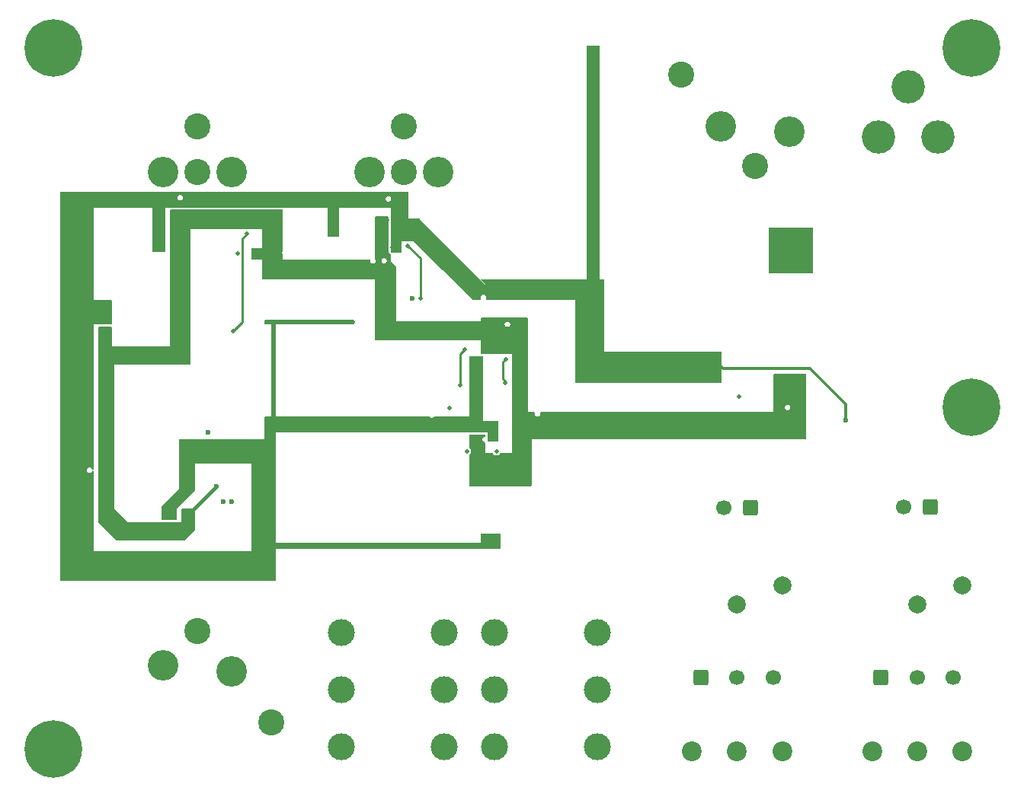
<source format=gbr>
%TF.GenerationSoftware,KiCad,Pcbnew,9.0.3*%
%TF.CreationDate,2025-07-20T02:02:08-05:00*%
%TF.ProjectId,STEVEannouncer,53544556-4561-46e6-9e6f-756e6365722e,rev?*%
%TF.SameCoordinates,PX52f83c0PY90f5600*%
%TF.FileFunction,Copper,L4,Bot*%
%TF.FilePolarity,Positive*%
%FSLAX46Y46*%
G04 Gerber Fmt 4.6, Leading zero omitted, Abs format (unit mm)*
G04 Created by KiCad (PCBNEW 9.0.3) date 2025-07-20 02:02:08*
%MOMM*%
%LPD*%
G01*
G04 APERTURE LIST*
G04 Aperture macros list*
%AMRoundRect*
0 Rectangle with rounded corners*
0 $1 Rounding radius*
0 $2 $3 $4 $5 $6 $7 $8 $9 X,Y pos of 4 corners*
0 Add a 4 corners polygon primitive as box body*
4,1,4,$2,$3,$4,$5,$6,$7,$8,$9,$2,$3,0*
0 Add four circle primitives for the rounded corners*
1,1,$1+$1,$2,$3*
1,1,$1+$1,$4,$5*
1,1,$1+$1,$6,$7*
1,1,$1+$1,$8,$9*
0 Add four rect primitives between the rounded corners*
20,1,$1+$1,$2,$3,$4,$5,0*
20,1,$1+$1,$4,$5,$6,$7,0*
20,1,$1+$1,$6,$7,$8,$9,0*
20,1,$1+$1,$8,$9,$2,$3,0*%
G04 Aperture macros list end*
%TA.AperFunction,ComponentPad*%
%ADD10RoundRect,0.250000X-0.600000X-0.600000X0.600000X-0.600000X0.600000X0.600000X-0.600000X0.600000X0*%
%TD*%
%TA.AperFunction,ComponentPad*%
%ADD11C,1.700000*%
%TD*%
%TA.AperFunction,ComponentPad*%
%ADD12C,2.200000*%
%TD*%
%TA.AperFunction,ComponentPad*%
%ADD13C,3.700000*%
%TD*%
%TA.AperFunction,ComponentPad*%
%ADD14C,3.400000*%
%TD*%
%TA.AperFunction,ComponentPad*%
%ADD15C,2.900000*%
%TD*%
%TA.AperFunction,ComponentPad*%
%ADD16C,3.600000*%
%TD*%
%TA.AperFunction,ConnectorPad*%
%ADD17C,6.400000*%
%TD*%
%TA.AperFunction,ComponentPad*%
%ADD18C,0.600000*%
%TD*%
%TA.AperFunction,SMDPad,CuDef*%
%ADD19R,2.800000X2.300000*%
%TD*%
%TA.AperFunction,HeatsinkPad*%
%ADD20C,0.500000*%
%TD*%
%TA.AperFunction,HeatsinkPad*%
%ADD21R,1.200000X2.000000*%
%TD*%
%TA.AperFunction,ComponentPad*%
%ADD22C,3.000000*%
%TD*%
%TA.AperFunction,ComponentPad*%
%ADD23C,0.500000*%
%TD*%
%TA.AperFunction,SMDPad,CuDef*%
%ADD24R,5.000000X5.087500*%
%TD*%
%TA.AperFunction,ComponentPad*%
%ADD25C,2.000000*%
%TD*%
%TA.AperFunction,ComponentPad*%
%ADD26RoundRect,0.250000X0.600000X0.600000X-0.600000X0.600000X-0.600000X-0.600000X0.600000X-0.600000X0*%
%TD*%
%TA.AperFunction,ViaPad*%
%ADD27C,0.500000*%
%TD*%
%TA.AperFunction,ViaPad*%
%ADD28C,0.600000*%
%TD*%
%TA.AperFunction,Conductor*%
%ADD29C,0.300000*%
%TD*%
%TA.AperFunction,Conductor*%
%ADD30C,0.400000*%
%TD*%
%TA.AperFunction,Conductor*%
%ADD31C,0.250000*%
%TD*%
G04 APERTURE END LIST*
D10*
%TO.P,J404,1,Pin_1*%
%TO.N,Net-(J404-Pin_1)*%
X96000000Y12000000D03*
D11*
%TO.P,J404,2,Pin_2*%
%TO.N,Net-(J404-Pin_2)*%
X100000000Y12000000D03*
%TO.P,J404,3,Pin_3*%
%TO.N,Net-(J404-Pin_3)*%
X104000000Y12000000D03*
%TD*%
D10*
%TO.P,J402,1,Pin_1*%
%TO.N,Net-(J402-Pin_1)*%
X76000000Y12000000D03*
D11*
%TO.P,J402,2,Pin_2*%
%TO.N,Net-(J402-Pin_2)*%
X80000000Y12000000D03*
%TO.P,J402,3,Pin_3*%
%TO.N,Net-(J402-Pin_3)*%
X84000000Y12000000D03*
%TD*%
D12*
%TO.P,RV402,1,1*%
%TO.N,Net-(J404-Pin_1)*%
X95000000Y3800000D03*
%TO.P,RV402,2,2*%
%TO.N,Net-(J404-Pin_2)*%
X100000000Y3800000D03*
%TO.P,RV402,3,3*%
%TO.N,Net-(J404-Pin_3)*%
X105000000Y3800000D03*
%TD*%
%TO.P,RV401,1,1*%
%TO.N,Net-(J402-Pin_1)*%
X75000000Y3800000D03*
%TO.P,RV401,2,2*%
%TO.N,Net-(J402-Pin_2)*%
X80000000Y3800000D03*
%TO.P,RV401,3,3*%
%TO.N,Net-(J402-Pin_3)*%
X85000000Y3800000D03*
%TD*%
D13*
%TO.P,J201,1*%
%TO.N,Net-(D203-A)*%
X102300000Y72060000D03*
%TO.P,J201,2*%
%TO.N,GND*%
X99000000Y77650000D03*
%TO.P,J201,3*%
X95700000Y72060000D03*
%TD*%
D14*
%TO.P,J401,1*%
%TO.N,GND*%
X78190000Y73300000D03*
%TO.P,J401,2*%
%TO.N,Net-(C416-Pad1)*%
X85810000Y72665000D03*
D15*
%TO.P,J401,3*%
%TO.N,Net-(C417-Pad2)*%
X82000000Y68850000D03*
%TO.P,J401,G*%
%TO.N,GND*%
X73750000Y79020000D03*
%TD*%
D14*
%TO.P,J306,1*%
%TO.N,GND*%
X46810000Y68220000D03*
%TO.P,J306,2*%
%TO.N,/Mic Path/TB_OUT2*%
X39190000Y68220000D03*
D15*
%TO.P,J306,3*%
%TO.N,/Mic Path/TB_OUT3*%
X43000000Y68220000D03*
%TO.P,J306,G*%
%TO.N,GND*%
X43000000Y73300000D03*
%TD*%
D16*
%TO.P,H103,1,1*%
%TO.N,GND*%
X106000000Y42000000D03*
D17*
X106000000Y42000000D03*
%TD*%
D18*
%TO.P,U403,11,V-*%
%TO.N,-5V*%
X52750000Y35730000D03*
X51250000Y35730000D03*
X52000000Y35230000D03*
D19*
X52000000Y35230000D03*
D18*
X52750000Y34730000D03*
X51250000Y34730000D03*
%TD*%
D16*
%TO.P,H101,1,1*%
%TO.N,GND*%
X4000000Y4000000D03*
D17*
X4000000Y4000000D03*
%TD*%
D14*
%TO.P,J301,1*%
%TO.N,GND*%
X23810000Y12700000D03*
%TO.P,J301,2*%
%TO.N,/Mic Path/Mic2*%
X16190000Y13335000D03*
D15*
%TO.P,J301,3*%
%TO.N,/Mic Path/Mic3*%
X20000000Y17150000D03*
%TO.P,J301,G*%
%TO.N,GND*%
X28250000Y6980000D03*
%TD*%
D20*
%TO.P,U402,9,Pad*%
%TO.N,-5V*%
X52630000Y48630000D03*
X52630000Y49380000D03*
X52630000Y50130000D03*
D21*
X52280000Y49380000D03*
D20*
X51930000Y48630000D03*
X51930000Y49380000D03*
X51930000Y50130000D03*
%TD*%
D22*
%TO.P,J407,R*%
%TO.N,unconnected-(J407-PadR)*%
X64430000Y10600000D03*
%TO.P,J407,RN*%
%TO.N,unconnected-(J407-PadRN)*%
X53000000Y10600000D03*
%TO.P,J407,S*%
%TO.N,GND*%
X64430000Y4250000D03*
%TO.P,J407,SN*%
X53000000Y4250000D03*
%TO.P,J407,T*%
%TO.N,/IFB Path/HP_L*%
X64430000Y16950000D03*
%TO.P,J407,TN*%
%TO.N,unconnected-(J407-PadTN)*%
X53000000Y16950000D03*
%TD*%
D16*
%TO.P,H102,1,1*%
%TO.N,GND*%
X4000000Y82000000D03*
D17*
X4000000Y82000000D03*
%TD*%
D22*
%TO.P,J406,R*%
%TO.N,/IFB Path/HP_R*%
X47430000Y10600000D03*
%TO.P,J406,RN*%
%TO.N,unconnected-(J406-PadRN)*%
X36000000Y10600000D03*
%TO.P,J406,S*%
%TO.N,GND*%
X47430000Y4250000D03*
%TO.P,J406,SN*%
X36000000Y4250000D03*
%TO.P,J406,T*%
%TO.N,/IFB Path/HP_L*%
X47430000Y16950000D03*
%TO.P,J406,TN*%
%TO.N,unconnected-(J406-PadTN)*%
X36000000Y16950000D03*
%TD*%
D14*
%TO.P,J307,1*%
%TO.N,GND*%
X23810000Y68220000D03*
%TO.P,J307,2*%
%TO.N,/Mic Path/MicOut2*%
X16190000Y68220000D03*
D15*
%TO.P,J307,3*%
%TO.N,/Mic Path/MicOut3*%
X20000000Y68220000D03*
%TO.P,J307,G*%
%TO.N,GND*%
X20000000Y73300000D03*
%TD*%
D16*
%TO.P,H104,1,1*%
%TO.N,GND*%
X106000000Y82000000D03*
D17*
X106000000Y82000000D03*
%TD*%
D23*
%TO.P,Q202,2,C*%
%TO.N,IFB_PIN2*%
X85550000Y59250000D03*
X86450000Y59250000D03*
D24*
X86000000Y59456250D03*
D23*
X85550000Y60250000D03*
X86450000Y60250000D03*
X85550000Y61250000D03*
X86450000Y61250000D03*
%TD*%
D20*
%TO.P,U302,9,Pad*%
%TO.N,-5V*%
X40900000Y57600000D03*
X40900000Y56850000D03*
X40900000Y56100000D03*
D21*
X41250000Y56850000D03*
D20*
X41600000Y57600000D03*
X41600000Y56850000D03*
X41600000Y56100000D03*
%TD*%
D25*
%TO.P,SW302,1,A*%
%TO.N,Net-(J305-Pin_1)*%
X105000000Y22200000D03*
%TO.P,SW302,2,B*%
%TO.N,Net-(J305-Pin_2)*%
X100000000Y20100000D03*
%TD*%
%TO.P,SW301,1,A*%
%TO.N,Net-(J302-Pin_1)*%
X85000000Y22200000D03*
%TO.P,SW301,2,B*%
%TO.N,Net-(J302-Pin_2)*%
X80000000Y20100000D03*
%TD*%
D26*
%TO.P,J305,1,Pin_1*%
%TO.N,Net-(J305-Pin_1)*%
X101500000Y30930000D03*
D11*
%TO.P,J305,2,Pin_2*%
%TO.N,Net-(J305-Pin_2)*%
X98500000Y30930000D03*
%TD*%
D26*
%TO.P,J302,1,Pin_1*%
%TO.N,Net-(J302-Pin_1)*%
X81500000Y30900000D03*
D11*
%TO.P,J302,2,Pin_2*%
%TO.N,Net-(J302-Pin_2)*%
X78500000Y30900000D03*
%TD*%
D27*
%TO.N,GND*%
X53250000Y37150000D03*
X50000000Y37150000D03*
X24479000Y59100000D03*
%TO.N,+5V*%
X52000000Y27690000D03*
X77600000Y47200000D03*
X53250000Y27610000D03*
X75750000Y46700000D03*
X64000000Y81700000D03*
X76900000Y47200000D03*
X52760000Y54250000D03*
X37290000Y51500000D03*
X53000000Y38540000D03*
X27780000Y51490000D03*
X75750000Y46100000D03*
X18980000Y37580000D03*
D28*
X92084669Y40590000D03*
D27*
X41720000Y59840000D03*
X47880000Y40330000D03*
X51680000Y55340000D03*
X35040000Y61430000D03*
X9740000Y52160000D03*
X16210000Y62250000D03*
X15635606Y59955000D03*
X42250000Y62320000D03*
X17130000Y29760000D03*
X63520000Y55340000D03*
X9740000Y53020000D03*
D28*
X21150000Y38250000D03*
D27*
X51010000Y47130000D03*
X76200000Y47200000D03*
%TO.N,-5V*%
X85200000Y44300000D03*
X41090000Y62890000D03*
X87100000Y44300000D03*
X18430000Y63160000D03*
X9800000Y49520000D03*
X26440000Y59140000D03*
X9800000Y50380000D03*
X40230000Y54090000D03*
X19130000Y29960000D03*
X85200000Y43700000D03*
X9770000Y34220000D03*
X86100000Y44300000D03*
X51090000Y38550000D03*
X53500000Y51600000D03*
D28*
X22100000Y33200000D03*
D27*
X18100000Y60650000D03*
X56120000Y40490000D03*
X85200000Y43100000D03*
D28*
%TO.N,GND*%
X22900000Y31500000D03*
D27*
X80240000Y43260000D03*
D28*
X21200000Y39250000D03*
X23850000Y31500000D03*
D27*
X48071886Y41916058D03*
D28*
X43860000Y54130000D03*
D27*
%TO.N,Net-(D308-Pad3)*%
X44800000Y54150000D03*
X43400000Y60025000D03*
%TO.N,/Mic Path/MuteSel*%
X25480000Y61305000D03*
X24000000Y50500000D03*
%TO.N,/IFB Path/VCAR_E-*%
X49250000Y44500000D03*
X49750000Y48500000D03*
%TO.N,/IFB Path/VCAL_E-*%
X54300025Y47389975D03*
X54200000Y44760000D03*
%TD*%
D29*
%TO.N,+5V*%
X92084669Y40590000D02*
X92070000Y40604669D01*
X78440000Y46360000D02*
X77600000Y47200000D01*
X88090000Y46360000D02*
X78440000Y46360000D01*
X92070000Y40604669D02*
X92070000Y42380000D01*
X92070000Y42380000D02*
X88090000Y46360000D01*
D30*
%TO.N,-5V*%
X19130000Y30230000D02*
X22100000Y33200000D01*
X19130000Y29960000D02*
X19130000Y30230000D01*
D31*
%TO.N,Net-(D308-Pad3)*%
X44800000Y58625000D02*
X44800000Y54150000D01*
X43400000Y60025000D02*
X44800000Y58625000D01*
%TO.N,/IFB Path/VCAR_E-*%
X49750000Y48500000D02*
X49250000Y48000000D01*
X49250000Y48000000D02*
X49250000Y44500000D01*
%TO.N,/IFB Path/VCAL_E-*%
X54000000Y45200000D02*
X54200000Y45000000D01*
X54200000Y45000000D02*
X54200000Y44760000D01*
X54300025Y47389975D02*
X54000000Y47089950D01*
X54000000Y47089950D02*
X54000000Y45200000D01*
%TO.N,/Mic Path/MuteSel*%
X25054000Y51554000D02*
X24000000Y50500000D01*
X25054000Y60844000D02*
X25054000Y51554000D01*
X25480000Y61270000D02*
X25054000Y60844000D01*
X25480000Y61305000D02*
X25480000Y61270000D01*
%TD*%
%TA.AperFunction,Conductor*%
%TO.N,-5V*%
G36*
X29459191Y64025593D02*
G01*
X29495155Y63976093D01*
X29500000Y63945500D01*
X29500000Y59444515D01*
X29486737Y59395017D01*
X29469981Y59365994D01*
X29469977Y59365986D01*
X29449500Y59289565D01*
X29449500Y59210436D01*
X29469978Y59134012D01*
X29469978Y59134011D01*
X29486736Y59104987D01*
X29500000Y59055486D01*
X29500000Y58500000D01*
X27250000Y58500000D01*
X27250000Y61850000D01*
X27249999Y61850000D01*
X19250001Y61850000D01*
X19250000Y61850000D01*
X19250000Y61849999D01*
X19250000Y46849000D01*
X19231093Y46790809D01*
X19181593Y46754845D01*
X19151000Y46750000D01*
X10750000Y46750000D01*
X10750000Y30800000D01*
X12300000Y29250000D01*
X18249999Y29250000D01*
X18250000Y29250000D01*
X18250000Y30651000D01*
X18268907Y30709191D01*
X18318407Y30745155D01*
X18349000Y30750000D01*
X19651000Y30750000D01*
X19709191Y30731093D01*
X19745155Y30681593D01*
X19750000Y30651000D01*
X19750000Y28416008D01*
X19731093Y28357817D01*
X19721004Y28346004D01*
X18653996Y27278996D01*
X18599479Y27251219D01*
X18583992Y27250000D01*
X11041008Y27250000D01*
X10982817Y27268907D01*
X10971004Y27278996D01*
X9028996Y29221004D01*
X9001219Y29275521D01*
X9000000Y29291008D01*
X9000000Y48750000D01*
X10500000Y48750000D01*
X10500000Y48840000D01*
X17000000Y48840000D01*
X17000000Y63945500D01*
X17018907Y64003691D01*
X17068407Y64039655D01*
X17099000Y64044500D01*
X29401000Y64044500D01*
X29459191Y64025593D01*
G37*
%TD.AperFunction*%
%TD*%
%TA.AperFunction,Conductor*%
%TO.N,-5V*%
G36*
X41253691Y63231093D02*
G01*
X41289655Y63181593D01*
X41294500Y63151000D01*
X41294500Y63107236D01*
X41298447Y63067152D01*
X41298450Y63067132D01*
X41302828Y63045125D01*
X41302827Y63045125D01*
X41305628Y63031048D01*
X41305630Y63031042D01*
X41305985Y63029255D01*
X41305985Y63029254D01*
X41308455Y63021112D01*
X41309342Y63018004D01*
X41331626Y62934843D01*
X41335000Y62909219D01*
X41335000Y62870783D01*
X41331626Y62845159D01*
X41309344Y62762005D01*
X41308461Y62758910D01*
X41305984Y62750740D01*
X41305981Y62750728D01*
X41305627Y62748947D01*
X41302816Y62734822D01*
X41302815Y62734809D01*
X41298448Y62712857D01*
X41298448Y62712855D01*
X41294500Y62672765D01*
X41294500Y60005645D01*
X41291127Y59980022D01*
X41269500Y59899308D01*
X41269500Y59780692D01*
X41291127Y59699980D01*
X41294500Y59674357D01*
X41294500Y59349000D01*
X41297030Y59316857D01*
X41301883Y59286207D01*
X41302646Y59281719D01*
X41302647Y59281714D01*
X41338591Y59197618D01*
X41338592Y59197617D01*
X41374556Y59148117D01*
X41398797Y59120372D01*
X41451777Y59088718D01*
X41492033Y59042641D01*
X41500000Y59003732D01*
X41500000Y58250000D01*
X42000000Y57750000D01*
X42026000Y57750000D01*
X42084191Y57731093D01*
X42120155Y57681593D01*
X42125000Y57651000D01*
X42125000Y51575000D01*
X52125000Y51575000D01*
X52125000Y49500000D01*
X43025000Y49500000D01*
X42500000Y49500000D01*
X39849000Y49500000D01*
X39790809Y49518907D01*
X39754845Y49568407D01*
X39750000Y49599000D01*
X39750000Y56249999D01*
X39750000Y58085029D01*
X39790460Y58125489D01*
X39830021Y58194011D01*
X39850500Y58270438D01*
X39850500Y58349562D01*
X39850267Y58350432D01*
X39850267Y58350434D01*
X39845141Y58369565D01*
X40469500Y58369565D01*
X40469500Y58290436D01*
X40489978Y58214012D01*
X40489980Y58214008D01*
X40529538Y58145492D01*
X40529540Y58145489D01*
X40585489Y58089540D01*
X40585491Y58089539D01*
X40654007Y58049981D01*
X40654011Y58049979D01*
X40730435Y58029501D01*
X40730437Y58029500D01*
X40730438Y58029500D01*
X40809563Y58029500D01*
X40809563Y58029501D01*
X40885989Y58049979D01*
X40954511Y58089540D01*
X41010460Y58145489D01*
X41050021Y58214011D01*
X41070500Y58290438D01*
X41070500Y58369562D01*
X41050021Y58445989D01*
X41010460Y58514511D01*
X40954511Y58570460D01*
X40944952Y58575979D01*
X40885992Y58610020D01*
X40885988Y58610022D01*
X40809564Y58630500D01*
X40809562Y58630500D01*
X40730438Y58630500D01*
X40730435Y58630500D01*
X40654011Y58610022D01*
X40654007Y58610020D01*
X40585491Y58570462D01*
X40529538Y58514509D01*
X40489980Y58445993D01*
X40489978Y58445989D01*
X40469500Y58369565D01*
X39845141Y58369565D01*
X39830021Y58425989D01*
X39830019Y58425993D01*
X39790460Y58494512D01*
X39778994Y58505978D01*
X39751218Y58560495D01*
X39750000Y58575979D01*
X39750000Y63151000D01*
X39768907Y63209191D01*
X39818407Y63245155D01*
X39849000Y63250000D01*
X41195500Y63250000D01*
X41253691Y63231093D01*
G37*
%TD.AperFunction*%
%TD*%
%TA.AperFunction,Conductor*%
%TO.N,+5V*%
G36*
X64709191Y82231093D02*
G01*
X64745155Y82181593D01*
X64750000Y82151000D01*
X64750000Y56250000D01*
X63250000Y56250000D01*
X63250000Y82151000D01*
X63268907Y82209191D01*
X63318407Y82245155D01*
X63349000Y82250000D01*
X64651000Y82250000D01*
X64709191Y82231093D01*
G37*
%TD.AperFunction*%
%TD*%
%TA.AperFunction,Conductor*%
%TO.N,+5V*%
G36*
X44767183Y62981093D02*
G01*
X44778996Y62971004D01*
X52039568Y55710432D01*
X50588832Y54010351D01*
X50562498Y54018907D01*
X50551071Y54028613D01*
X50544879Y54034737D01*
X44008276Y60500000D01*
X42750001Y60500000D01*
X42750000Y60500000D01*
X42750000Y60499999D01*
X42750000Y59349000D01*
X42731093Y59290809D01*
X42681593Y59254845D01*
X42651000Y59250000D01*
X41599000Y59250000D01*
X41540809Y59268907D01*
X41504845Y59318407D01*
X41500000Y59349000D01*
X41500000Y62672765D01*
X41507536Y62710650D01*
X41509797Y62716110D01*
X41509797Y62716112D01*
X41509799Y62716114D01*
X41540500Y62830691D01*
X41540500Y62949309D01*
X41526917Y63000000D01*
X43480000Y63000000D01*
X43480001Y63000000D01*
X44708992Y63000000D01*
X44767183Y62981093D01*
G37*
%TD.AperFunction*%
%TD*%
%TA.AperFunction,Conductor*%
%TO.N,+5V*%
G36*
X8500000Y51249999D02*
G01*
X8500000Y35190297D01*
X8481093Y35132106D01*
X8431593Y35096142D01*
X8370407Y35096142D01*
X8320907Y35132106D01*
X8307587Y35160032D01*
X8307503Y35159997D01*
X8306837Y35161603D01*
X8305374Y35164672D01*
X8305020Y35165991D01*
X8305019Y35165993D01*
X8265461Y35234509D01*
X8265460Y35234511D01*
X8209511Y35290460D01*
X8209508Y35290462D01*
X8140992Y35330020D01*
X8140988Y35330022D01*
X8064564Y35350500D01*
X8064562Y35350500D01*
X7985438Y35350500D01*
X7985435Y35350500D01*
X7909011Y35330022D01*
X7909007Y35330020D01*
X7840491Y35290462D01*
X7784538Y35234509D01*
X7744980Y35165993D01*
X7744978Y35165989D01*
X7724500Y35089565D01*
X7724500Y35010436D01*
X7744978Y34934012D01*
X7744980Y34934008D01*
X7784538Y34865492D01*
X7784540Y34865489D01*
X7840489Y34809540D01*
X7840491Y34809539D01*
X7909007Y34769981D01*
X7909011Y34769979D01*
X7985435Y34749501D01*
X7985437Y34749500D01*
X7985438Y34749500D01*
X8064563Y34749500D01*
X8064563Y34749501D01*
X8140989Y34769979D01*
X8209511Y34809540D01*
X8265460Y34865489D01*
X8305021Y34934011D01*
X8305373Y34935327D01*
X8305905Y34936147D01*
X8307503Y34940003D01*
X8308217Y34939707D01*
X8338696Y34986640D01*
X8395817Y35008568D01*
X8454918Y34992733D01*
X8493424Y34945184D01*
X8500000Y34909704D01*
X8500000Y22750000D01*
X4849000Y22750000D01*
X4790809Y22768907D01*
X4754845Y22818407D01*
X4750000Y22849000D01*
X4750000Y64250000D01*
X8500000Y64250000D01*
X8500000Y51249999D01*
G37*
%TD.AperFunction*%
%TD*%
%TA.AperFunction,Conductor*%
%TO.N,-5V*%
G36*
X39218982Y58481093D02*
G01*
X39254946Y58431593D01*
X39256417Y58375375D01*
X39249500Y58349563D01*
X39249500Y58270436D01*
X39269978Y58194012D01*
X39269980Y58194008D01*
X39297993Y58145489D01*
X39309540Y58125489D01*
X39365489Y58069540D01*
X39365491Y58069539D01*
X39434007Y58029981D01*
X39434011Y58029979D01*
X39510435Y58009501D01*
X39510437Y58009500D01*
X39510438Y58009500D01*
X39589563Y58009500D01*
X39589563Y58009501D01*
X39665989Y58029979D01*
X39734511Y58069540D01*
X39750000Y58085029D01*
X39750000Y56250000D01*
X27349000Y56250000D01*
X27290809Y56268907D01*
X27254845Y56318407D01*
X27250000Y56349000D01*
X27250000Y58499999D01*
X27250000Y58500000D01*
X29500001Y58500000D01*
X39160791Y58500000D01*
X39218982Y58481093D01*
G37*
%TD.AperFunction*%
%TD*%
%TA.AperFunction,Conductor*%
%TO.N,+5V*%
G36*
X53459191Y40481093D02*
G01*
X53495155Y40431593D01*
X53500000Y40401000D01*
X53500000Y38349000D01*
X53481093Y38290809D01*
X53431593Y38254845D01*
X53401000Y38250000D01*
X52378765Y38250000D01*
X52320574Y38268907D01*
X52284610Y38318407D01*
X52283139Y38374624D01*
X52300499Y38439413D01*
X52300500Y38439415D01*
X52300500Y38518540D01*
X52300499Y38518542D01*
X52280022Y38594963D01*
X52280021Y38594964D01*
X52280021Y38594966D01*
X52278616Y38597399D01*
X52263263Y38623994D01*
X52250000Y38673492D01*
X52250000Y39249999D01*
X52250000Y39250000D01*
X52249999Y39250000D01*
X51750000Y39250000D01*
X51750000Y40500000D01*
X51750001Y40500000D01*
X53401000Y40500000D01*
X53459191Y40481093D01*
G37*
%TD.AperFunction*%
%TD*%
%TA.AperFunction,Conductor*%
%TO.N,+5V*%
G36*
X37459191Y51731093D02*
G01*
X37495155Y51681593D01*
X37500000Y51651000D01*
X37500000Y51349000D01*
X37481093Y51290809D01*
X37431593Y51254845D01*
X37401000Y51250000D01*
X28750000Y51250000D01*
X28750000Y26250000D01*
X28750000Y26249999D01*
X28750000Y22849000D01*
X28731093Y22790809D01*
X28681593Y22754845D01*
X28651000Y22750000D01*
X8500000Y22750000D01*
X8500000Y26000000D01*
X26000000Y26000000D01*
X26000000Y35750000D01*
X25999999Y35750000D01*
X19750001Y35750000D01*
X19750000Y35750000D01*
X19750000Y35749999D01*
X19750000Y32791008D01*
X19731093Y32732817D01*
X19721004Y32721004D01*
X17750000Y30750000D01*
X17750000Y29599000D01*
X17731093Y29540809D01*
X17681593Y29504845D01*
X17651000Y29500000D01*
X16099000Y29500000D01*
X16040809Y29518907D01*
X16004845Y29568407D01*
X16000000Y29599000D01*
X16000000Y30958993D01*
X16018907Y31017184D01*
X16028990Y31028991D01*
X18000000Y33000000D01*
X18000000Y38401000D01*
X18018907Y38459191D01*
X18068407Y38495155D01*
X18099000Y38500000D01*
X27499999Y38500000D01*
X27500000Y38500000D01*
X27500000Y40901000D01*
X27518907Y40959191D01*
X27568407Y40995155D01*
X27599000Y41000000D01*
X28249999Y41000000D01*
X28250000Y41000000D01*
X28250000Y51250000D01*
X28249999Y51250000D01*
X27599000Y51250000D01*
X27540809Y51268907D01*
X27504845Y51318407D01*
X27500000Y51349000D01*
X27500000Y51651000D01*
X27518907Y51709191D01*
X27568407Y51745155D01*
X27599000Y51750000D01*
X37401000Y51750000D01*
X37459191Y51731093D01*
G37*
%TD.AperFunction*%
%TD*%
%TA.AperFunction,Conductor*%
%TO.N,+5V*%
G36*
X10459191Y53981093D02*
G01*
X10495155Y53931593D01*
X10500000Y53901000D01*
X10500000Y51349000D01*
X10481093Y51290809D01*
X10431593Y51254845D01*
X10401000Y51250000D01*
X8500000Y51250000D01*
X8500000Y54000000D01*
X8500001Y54000000D01*
X10401000Y54000000D01*
X10459191Y53981093D01*
G37*
%TD.AperFunction*%
%TD*%
%TA.AperFunction,Conductor*%
%TO.N,+5V*%
G36*
X43439191Y65981093D02*
G01*
X43475155Y65931593D01*
X43480000Y65901000D01*
X43480000Y63000000D01*
X41526917Y63000000D01*
X41509799Y63063886D01*
X41509798Y63063888D01*
X41507537Y63069346D01*
X41500000Y63107234D01*
X41500000Y64249999D01*
X41500000Y64250000D01*
X41499999Y64250000D01*
X35750001Y64250000D01*
X35750000Y64250000D01*
X34500000Y64250000D01*
X34499999Y64250000D01*
X16500001Y64250000D01*
X16500000Y64250000D01*
X15000000Y64250000D01*
X14999999Y64250000D01*
X8500001Y64250000D01*
X8500000Y64250000D01*
X4750000Y64250000D01*
X4750000Y65389565D01*
X17799500Y65389565D01*
X17799500Y65310436D01*
X17819978Y65234012D01*
X17819980Y65234008D01*
X17839362Y65200438D01*
X17859540Y65165489D01*
X17915489Y65109540D01*
X17915491Y65109539D01*
X17984007Y65069981D01*
X17984011Y65069979D01*
X18060435Y65049501D01*
X18060437Y65049500D01*
X18060438Y65049500D01*
X18139563Y65049500D01*
X18139563Y65049501D01*
X18215989Y65069979D01*
X18284511Y65109540D01*
X18340460Y65165489D01*
X18380021Y65234011D01*
X18392227Y65279565D01*
X40949500Y65279565D01*
X40949500Y65200436D01*
X40969978Y65124012D01*
X40969980Y65124008D01*
X40978334Y65109539D01*
X41009540Y65055489D01*
X41065489Y64999540D01*
X41065491Y64999539D01*
X41134007Y64959981D01*
X41134011Y64959979D01*
X41210435Y64939501D01*
X41210437Y64939500D01*
X41210438Y64939500D01*
X41289563Y64939500D01*
X41289563Y64939501D01*
X41365989Y64959979D01*
X41434511Y64999540D01*
X41490460Y65055489D01*
X41530021Y65124011D01*
X41550500Y65200438D01*
X41550500Y65279562D01*
X41530021Y65355989D01*
X41490460Y65424511D01*
X41434511Y65480460D01*
X41434508Y65480462D01*
X41365992Y65520020D01*
X41365988Y65520022D01*
X41289564Y65540500D01*
X41289562Y65540500D01*
X41210438Y65540500D01*
X41210435Y65540500D01*
X41134011Y65520022D01*
X41134007Y65520020D01*
X41065491Y65480462D01*
X41009538Y65424509D01*
X40969980Y65355993D01*
X40969978Y65355989D01*
X40949500Y65279565D01*
X18392227Y65279565D01*
X18400500Y65310438D01*
X18400500Y65389562D01*
X18380021Y65465989D01*
X18340460Y65534511D01*
X18284511Y65590460D01*
X18284508Y65590462D01*
X18215992Y65630020D01*
X18215988Y65630022D01*
X18139564Y65650500D01*
X18139562Y65650500D01*
X18060438Y65650500D01*
X18060435Y65650500D01*
X17984011Y65630022D01*
X17984007Y65630020D01*
X17915491Y65590462D01*
X17859538Y65534509D01*
X17819980Y65465993D01*
X17819978Y65465989D01*
X17799500Y65389565D01*
X4750000Y65389565D01*
X4750000Y65901000D01*
X4768907Y65959191D01*
X4818407Y65995155D01*
X4849000Y66000000D01*
X43381000Y66000000D01*
X43439191Y65981093D01*
G37*
%TD.AperFunction*%
%TD*%
%TA.AperFunction,Conductor*%
%TO.N,+5V*%
G36*
X53709191Y27981093D02*
G01*
X53745155Y27931593D01*
X53750000Y27901000D01*
X53750000Y26349000D01*
X53731093Y26290809D01*
X53681593Y26254845D01*
X53651000Y26250000D01*
X28750000Y26250000D01*
X28750000Y27000000D01*
X51500000Y27000000D01*
X51500000Y27901000D01*
X51518907Y27959191D01*
X51568407Y27995155D01*
X51599000Y28000000D01*
X53651000Y28000000D01*
X53709191Y27981093D01*
G37*
%TD.AperFunction*%
%TD*%
%TA.AperFunction,Conductor*%
%TO.N,+5V*%
G36*
X65209191Y56231093D02*
G01*
X65245155Y56181593D01*
X65250000Y56151000D01*
X65250000Y48250000D01*
X78151000Y48250000D01*
X78209191Y48231093D01*
X78245155Y48181593D01*
X78250000Y48151000D01*
X78250000Y44849000D01*
X78231093Y44790809D01*
X78181593Y44754845D01*
X78151000Y44750000D01*
X62099000Y44750000D01*
X62040809Y44768907D01*
X62004845Y44818407D01*
X62000000Y44849000D01*
X62000000Y53999999D01*
X62000000Y54000000D01*
X61999999Y54000000D01*
X52172576Y54000000D01*
X52114385Y54018907D01*
X52078421Y54068407D01*
X52078421Y54129593D01*
X52086840Y54148501D01*
X52090021Y54154011D01*
X52090021Y54154012D01*
X52110499Y54230436D01*
X52110500Y54230438D01*
X52110500Y54309563D01*
X52110499Y54309565D01*
X52090021Y54385989D01*
X52090019Y54385993D01*
X52050461Y54454509D01*
X52050460Y54454511D01*
X51994511Y54510460D01*
X51994508Y54510462D01*
X51925992Y54550020D01*
X51925988Y54550022D01*
X51849564Y54570500D01*
X51849562Y54570500D01*
X51770438Y54570500D01*
X51770435Y54570500D01*
X51694011Y54550022D01*
X51694007Y54550020D01*
X51625491Y54510462D01*
X51569538Y54454509D01*
X51529980Y54385993D01*
X51529978Y54385989D01*
X51509500Y54309565D01*
X51509500Y54230436D01*
X51529978Y54154012D01*
X51529978Y54154011D01*
X51533160Y54148501D01*
X51545882Y54088652D01*
X51520996Y54032757D01*
X51468008Y54002164D01*
X51447424Y54000000D01*
X50620689Y54000000D01*
X50613352Y54002384D01*
X50605738Y54001135D01*
X50588403Y54009849D01*
X52039568Y55710432D01*
X51500000Y56250000D01*
X64750000Y56250000D01*
X64750001Y56250000D01*
X65151000Y56250000D01*
X65209191Y56231093D01*
G37*
%TD.AperFunction*%
%TD*%
%TA.AperFunction,Conductor*%
%TO.N,-5V*%
G36*
X27250000Y58500000D02*
G01*
X26099000Y58500000D01*
X26040809Y58518907D01*
X26004845Y58568407D01*
X26000000Y58599000D01*
X26000000Y59651000D01*
X26018907Y59709191D01*
X26068407Y59745155D01*
X26099000Y59750000D01*
X27249999Y59750000D01*
X27250000Y59750000D01*
X27250000Y58500000D01*
G37*
%TD.AperFunction*%
%TD*%
%TA.AperFunction,Conductor*%
%TO.N,-5V*%
G36*
X56709191Y51981093D02*
G01*
X56745155Y51931593D01*
X56750000Y51901000D01*
X56750000Y41500000D01*
X56750001Y41500000D01*
X57435431Y41500000D01*
X57493622Y41481093D01*
X57529586Y41431593D01*
X57531058Y41375380D01*
X57529500Y41369568D01*
X57529500Y41290436D01*
X57549978Y41214012D01*
X57549980Y41214008D01*
X57589538Y41145492D01*
X57589540Y41145489D01*
X57645489Y41089540D01*
X57645491Y41089539D01*
X57714007Y41049981D01*
X57714011Y41049979D01*
X57790435Y41029501D01*
X57790437Y41029500D01*
X57790438Y41029500D01*
X57869563Y41029500D01*
X57869563Y41029501D01*
X57945989Y41049979D01*
X58014511Y41089540D01*
X58070460Y41145489D01*
X58110021Y41214011D01*
X58130500Y41290438D01*
X58130500Y41369562D01*
X58130500Y41369563D01*
X58130499Y41369568D01*
X58128942Y41375380D01*
X58132146Y41436481D01*
X58170652Y41484030D01*
X58224569Y41500000D01*
X83999999Y41500000D01*
X84000000Y41500000D01*
X84000000Y42079565D01*
X85309500Y42079565D01*
X85309500Y42000436D01*
X85329978Y41924012D01*
X85329980Y41924008D01*
X85337815Y41910438D01*
X85369540Y41855489D01*
X85425489Y41799540D01*
X85425491Y41799539D01*
X85494007Y41759981D01*
X85494011Y41759979D01*
X85570435Y41739501D01*
X85570437Y41739500D01*
X85570438Y41739500D01*
X85649563Y41739500D01*
X85649563Y41739501D01*
X85725989Y41759979D01*
X85794511Y41799540D01*
X85850460Y41855489D01*
X85890021Y41924011D01*
X85910500Y42000438D01*
X85910500Y42079562D01*
X85890021Y42155989D01*
X85850460Y42224511D01*
X85794511Y42280460D01*
X85761533Y42299500D01*
X85725992Y42320020D01*
X85725988Y42320022D01*
X85649564Y42340500D01*
X85649562Y42340500D01*
X85570438Y42340500D01*
X85570435Y42340500D01*
X85494011Y42320022D01*
X85494007Y42320020D01*
X85425491Y42280462D01*
X85369538Y42224509D01*
X85329980Y42155993D01*
X85329978Y42155989D01*
X85309500Y42079565D01*
X84000000Y42079565D01*
X84000000Y45651000D01*
X84018907Y45709191D01*
X84068407Y45745155D01*
X84099000Y45750000D01*
X87581000Y45750000D01*
X87639191Y45731093D01*
X87675155Y45681593D01*
X87680000Y45651000D01*
X87680000Y38600647D01*
X87661093Y38542456D01*
X87611593Y38506492D01*
X87581078Y38501647D01*
X57149457Y38477572D01*
X57145949Y33348932D01*
X57127002Y33290754D01*
X57077477Y33254824D01*
X57046949Y33250000D01*
X50349000Y33250000D01*
X50290809Y33268907D01*
X50254845Y33318407D01*
X50250000Y33349000D01*
X50250000Y36721891D01*
X50268907Y36780082D01*
X50278990Y36791889D01*
X50360489Y36873387D01*
X50419799Y36976114D01*
X50450500Y37090691D01*
X50450500Y37209309D01*
X50419799Y37323886D01*
X50419797Y37323889D01*
X50419797Y37323891D01*
X50360492Y37426609D01*
X50360490Y37426611D01*
X50360489Y37426613D01*
X50278994Y37508108D01*
X50251219Y37562622D01*
X50250000Y37578109D01*
X50250000Y38901000D01*
X50268907Y38959191D01*
X50318407Y38995155D01*
X50349000Y39000000D01*
X51901000Y39000000D01*
X51915912Y38995155D01*
X51931593Y38995155D01*
X51944278Y38985939D01*
X51959191Y38981093D01*
X51968407Y38968408D01*
X51981093Y38959191D01*
X51985938Y38944279D01*
X51995155Y38931593D01*
X52000000Y38901000D01*
X52000000Y38866043D01*
X51981093Y38807852D01*
X51931593Y38771888D01*
X51926624Y38770417D01*
X51884011Y38758999D01*
X51884007Y38758997D01*
X51815491Y38719439D01*
X51759538Y38663486D01*
X51719980Y38594970D01*
X51719978Y38594966D01*
X51699500Y38518542D01*
X51699500Y38439413D01*
X51719978Y38362989D01*
X51719980Y38362985D01*
X51759538Y38294469D01*
X51759540Y38294466D01*
X51815489Y38238517D01*
X51815491Y38238516D01*
X51884007Y38198958D01*
X51884011Y38198956D01*
X51926624Y38187538D01*
X51977937Y38154215D01*
X51999864Y38097094D01*
X52000000Y38091912D01*
X52000000Y37000000D01*
X52000001Y37000000D01*
X52759253Y37000000D01*
X52817444Y36981093D01*
X52844989Y36950500D01*
X52889507Y36873392D01*
X52889509Y36873390D01*
X52889511Y36873387D01*
X52973387Y36789511D01*
X52973389Y36789510D01*
X52973391Y36789508D01*
X53076110Y36730203D01*
X53076111Y36730203D01*
X53076114Y36730201D01*
X53190691Y36699500D01*
X53190693Y36699500D01*
X53309307Y36699500D01*
X53309309Y36699500D01*
X53423886Y36730201D01*
X53423888Y36730203D01*
X53423890Y36730203D01*
X53526608Y36789508D01*
X53526608Y36789509D01*
X53526613Y36789511D01*
X53610489Y36873387D01*
X53655011Y36950500D01*
X53700480Y36991441D01*
X53740747Y37000000D01*
X54999999Y37000000D01*
X55000000Y37000000D01*
X55000000Y48000000D01*
X54999999Y48000000D01*
X51599000Y48000000D01*
X51540809Y48018907D01*
X51504845Y48068407D01*
X51500000Y48099000D01*
X51500000Y49499999D01*
X51500000Y49500000D01*
X52125000Y49500000D01*
X52125000Y51314565D01*
X54174500Y51314565D01*
X54174500Y51235436D01*
X54194978Y51159012D01*
X54194980Y51159008D01*
X54234538Y51090492D01*
X54234540Y51090489D01*
X54290489Y51034540D01*
X54290491Y51034539D01*
X54359007Y50994981D01*
X54359011Y50994979D01*
X54435435Y50974501D01*
X54435437Y50974500D01*
X54435438Y50974500D01*
X54514563Y50974500D01*
X54514563Y50974501D01*
X54590989Y50994979D01*
X54659511Y51034540D01*
X54715460Y51090489D01*
X54755021Y51159011D01*
X54775500Y51235438D01*
X54775500Y51314562D01*
X54755021Y51390989D01*
X54715460Y51459511D01*
X54659511Y51515460D01*
X54659508Y51515462D01*
X54590992Y51555020D01*
X54590988Y51555022D01*
X54514564Y51575500D01*
X54514562Y51575500D01*
X54435438Y51575500D01*
X54435435Y51575500D01*
X54359011Y51555022D01*
X54359007Y51555020D01*
X54290491Y51515462D01*
X54234538Y51459509D01*
X54194980Y51390993D01*
X54194978Y51390989D01*
X54174500Y51314565D01*
X52125000Y51314565D01*
X52125000Y51575000D01*
X51500000Y51575000D01*
X51500000Y51901000D01*
X51518907Y51959191D01*
X51568407Y51995155D01*
X51599000Y52000000D01*
X56651000Y52000000D01*
X56709191Y51981093D01*
G37*
%TD.AperFunction*%
%TD*%
%TA.AperFunction,Conductor*%
%TO.N,+5V*%
G36*
X51709191Y47731093D02*
G01*
X51745155Y47681593D01*
X51750000Y47651000D01*
X51750000Y39250000D01*
X28750000Y39250000D01*
X28750000Y41000000D01*
X28750001Y41000000D01*
X45794022Y41000000D01*
X45852213Y40981093D01*
X45864019Y40971010D01*
X45895489Y40939540D01*
X45895491Y40939539D01*
X45964007Y40899981D01*
X45964011Y40899979D01*
X46040435Y40879501D01*
X46040437Y40879500D01*
X46040438Y40879500D01*
X46119563Y40879500D01*
X46119563Y40879501D01*
X46195989Y40899979D01*
X46264511Y40939540D01*
X46295976Y40971006D01*
X46350491Y40998781D01*
X46365978Y41000000D01*
X50249999Y41000000D01*
X50250000Y41000000D01*
X50250000Y47651000D01*
X50268907Y47709191D01*
X50318407Y47745155D01*
X50349000Y47750000D01*
X51651000Y47750000D01*
X51709191Y47731093D01*
G37*
%TD.AperFunction*%
%TD*%
%TA.AperFunction,Conductor*%
%TO.N,-5V*%
G36*
X10459191Y50981093D02*
G01*
X10495155Y50931593D01*
X10500000Y50901000D01*
X10500000Y48750000D01*
X9000000Y48750000D01*
X9000000Y50901000D01*
X9018907Y50959191D01*
X9068407Y50995155D01*
X9099000Y51000000D01*
X10401000Y51000000D01*
X10459191Y50981093D01*
G37*
%TD.AperFunction*%
%TD*%
%TA.AperFunction,Conductor*%
%TO.N,+5V*%
G36*
X35750000Y64249999D02*
G01*
X35750000Y61099000D01*
X35731093Y61040809D01*
X35681593Y61004845D01*
X35651000Y61000000D01*
X34599000Y61000000D01*
X34540809Y61018907D01*
X34504845Y61068407D01*
X34500000Y61099000D01*
X34500000Y64249999D01*
X34500000Y64250000D01*
X35750000Y64250000D01*
X35750000Y64249999D01*
G37*
%TD.AperFunction*%
%TD*%
%TA.AperFunction,Conductor*%
%TO.N,+5V*%
G36*
X16500000Y64249999D02*
G01*
X16500000Y59439000D01*
X16481093Y59380809D01*
X16431593Y59344845D01*
X16401000Y59340000D01*
X15099000Y59340000D01*
X15040809Y59358907D01*
X15004845Y59408407D01*
X15000000Y59439000D01*
X15000000Y64249999D01*
X15000000Y64250000D01*
X16500000Y64250000D01*
X16500000Y64249999D01*
G37*
%TD.AperFunction*%
%TD*%
M02*

</source>
